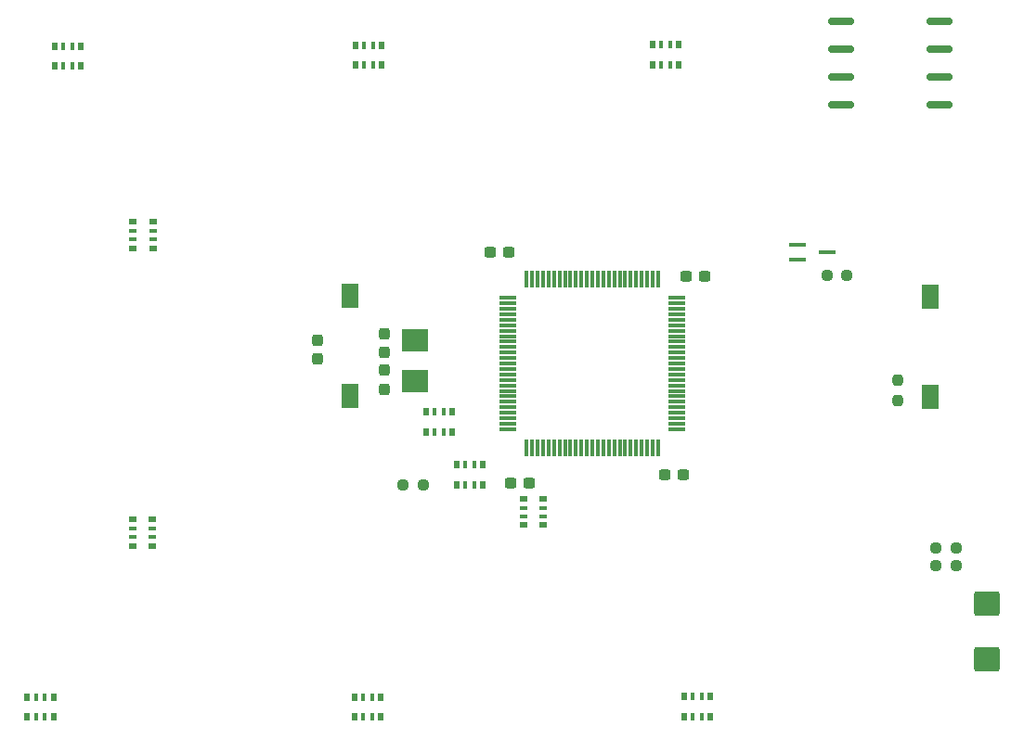
<source format=gbr>
%TF.GenerationSoftware,KiCad,Pcbnew,6.0.10*%
%TF.CreationDate,2023-01-16T16:43:20+03:00*%
%TF.ProjectId,multistepper,6d756c74-6973-4746-9570-7065722e6b69,rev?*%
%TF.SameCoordinates,Original*%
%TF.FileFunction,Paste,Top*%
%TF.FilePolarity,Positive*%
%FSLAX46Y46*%
G04 Gerber Fmt 4.6, Leading zero omitted, Abs format (unit mm)*
G04 Created by KiCad (PCBNEW 6.0.10) date 2023-01-16 16:43:20*
%MOMM*%
%LPD*%
G01*
G04 APERTURE LIST*
G04 Aperture macros list*
%AMRoundRect*
0 Rectangle with rounded corners*
0 $1 Rounding radius*
0 $2 $3 $4 $5 $6 $7 $8 $9 X,Y pos of 4 corners*
0 Add a 4 corners polygon primitive as box body*
4,1,4,$2,$3,$4,$5,$6,$7,$8,$9,$2,$3,0*
0 Add four circle primitives for the rounded corners*
1,1,$1+$1,$2,$3*
1,1,$1+$1,$4,$5*
1,1,$1+$1,$6,$7*
1,1,$1+$1,$8,$9*
0 Add four rect primitives between the rounded corners*
20,1,$1+$1,$2,$3,$4,$5,0*
20,1,$1+$1,$4,$5,$6,$7,0*
20,1,$1+$1,$6,$7,$8,$9,0*
20,1,$1+$1,$8,$9,$2,$3,0*%
G04 Aperture macros list end*
%ADD10RoundRect,0.237500X-0.300000X-0.237500X0.300000X-0.237500X0.300000X0.237500X-0.300000X0.237500X0*%
%ADD11R,1.600000X2.180000*%
%ADD12R,0.500000X0.800000*%
%ADD13R,0.400000X0.800000*%
%ADD14R,0.800000X0.500000*%
%ADD15R,0.800000X0.400000*%
%ADD16RoundRect,0.237500X-0.250000X-0.237500X0.250000X-0.237500X0.250000X0.237500X-0.250000X0.237500X0*%
%ADD17RoundRect,0.075000X-0.725000X-0.075000X0.725000X-0.075000X0.725000X0.075000X-0.725000X0.075000X0*%
%ADD18RoundRect,0.075000X-0.075000X-0.725000X0.075000X-0.725000X0.075000X0.725000X-0.075000X0.725000X0*%
%ADD19RoundRect,0.237500X0.237500X-0.300000X0.237500X0.300000X-0.237500X0.300000X-0.237500X-0.300000X0*%
%ADD20R,2.400000X2.000000*%
%ADD21RoundRect,0.237500X0.237500X-0.250000X0.237500X0.250000X-0.237500X0.250000X-0.237500X-0.250000X0*%
%ADD22RoundRect,0.237500X-0.237500X0.300000X-0.237500X-0.300000X0.237500X-0.300000X0.237500X0.300000X0*%
%ADD23RoundRect,0.162500X-1.012500X-0.162500X1.012500X-0.162500X1.012500X0.162500X-1.012500X0.162500X0*%
%ADD24RoundRect,0.237500X0.300000X0.237500X-0.300000X0.237500X-0.300000X-0.237500X0.300000X-0.237500X0*%
%ADD25RoundRect,0.237500X0.250000X0.237500X-0.250000X0.237500X-0.250000X-0.237500X0.250000X-0.237500X0*%
%ADD26RoundRect,0.250000X-0.925000X0.875000X-0.925000X-0.875000X0.925000X-0.875000X0.925000X0.875000X0*%
%ADD27R,1.500000X0.450000*%
G04 APERTURE END LIST*
D10*
%TO.C,C9*%
X110035000Y-79502000D03*
X111760000Y-79502000D03*
%TD*%
D11*
%TO.C,SW2*%
X150164800Y-83548000D03*
X150164800Y-92728000D03*
%TD*%
D12*
%TO.C,RN11*%
X127270450Y-60560000D03*
D13*
X126470450Y-60560000D03*
X125670450Y-60560000D03*
D12*
X124870450Y-60560000D03*
X124870450Y-62360000D03*
D13*
X125670450Y-62360000D03*
X126470450Y-62360000D03*
D12*
X127270450Y-62360000D03*
%TD*%
D14*
%TO.C,RN7*%
X113095200Y-102025600D03*
D15*
X113095200Y-102825600D03*
X113095200Y-103625600D03*
D14*
X113095200Y-104425600D03*
X114895200Y-104425600D03*
D15*
X114895200Y-103625600D03*
X114895200Y-102825600D03*
D14*
X114895200Y-102025600D03*
%TD*%
D16*
%TO.C,R33*%
X140768700Y-81635600D03*
X142593700Y-81635600D03*
%TD*%
D17*
%TO.C,U1*%
X111705000Y-83662000D03*
X111705000Y-84162000D03*
X111705000Y-84662000D03*
X111705000Y-85162000D03*
X111705000Y-85662000D03*
X111705000Y-86162000D03*
X111705000Y-86662000D03*
X111705000Y-87162000D03*
X111705000Y-87662000D03*
X111705000Y-88162000D03*
X111705000Y-88662000D03*
X111705000Y-89162000D03*
X111705000Y-89662000D03*
X111705000Y-90162000D03*
X111705000Y-90662000D03*
X111705000Y-91162000D03*
X111705000Y-91662000D03*
X111705000Y-92162000D03*
X111705000Y-92662000D03*
X111705000Y-93162000D03*
X111705000Y-93662000D03*
X111705000Y-94162000D03*
X111705000Y-94662000D03*
X111705000Y-95162000D03*
X111705000Y-95662000D03*
D18*
X113380000Y-97337000D03*
X113880000Y-97337000D03*
X114380000Y-97337000D03*
X114880000Y-97337000D03*
X115380000Y-97337000D03*
X115880000Y-97337000D03*
X116380000Y-97337000D03*
X116880000Y-97337000D03*
X117380000Y-97337000D03*
X117880000Y-97337000D03*
X118380000Y-97337000D03*
X118880000Y-97337000D03*
X119380000Y-97337000D03*
X119880000Y-97337000D03*
X120380000Y-97337000D03*
X120880000Y-97337000D03*
X121380000Y-97337000D03*
X121880000Y-97337000D03*
X122380000Y-97337000D03*
X122880000Y-97337000D03*
X123380000Y-97337000D03*
X123880000Y-97337000D03*
X124380000Y-97337000D03*
X124880000Y-97337000D03*
X125380000Y-97337000D03*
D17*
X127055000Y-95662000D03*
X127055000Y-95162000D03*
X127055000Y-94662000D03*
X127055000Y-94162000D03*
X127055000Y-93662000D03*
X127055000Y-93162000D03*
X127055000Y-92662000D03*
X127055000Y-92162000D03*
X127055000Y-91662000D03*
X127055000Y-91162000D03*
X127055000Y-90662000D03*
X127055000Y-90162000D03*
X127055000Y-89662000D03*
X127055000Y-89162000D03*
X127055000Y-88662000D03*
X127055000Y-88162000D03*
X127055000Y-87662000D03*
X127055000Y-87162000D03*
X127055000Y-86662000D03*
X127055000Y-86162000D03*
X127055000Y-85662000D03*
X127055000Y-85162000D03*
X127055000Y-84662000D03*
X127055000Y-84162000D03*
X127055000Y-83662000D03*
D18*
X125380000Y-81987000D03*
X124880000Y-81987000D03*
X124380000Y-81987000D03*
X123880000Y-81987000D03*
X123380000Y-81987000D03*
X122880000Y-81987000D03*
X122380000Y-81987000D03*
X121880000Y-81987000D03*
X121380000Y-81987000D03*
X120880000Y-81987000D03*
X120380000Y-81987000D03*
X119880000Y-81987000D03*
X119380000Y-81987000D03*
X118880000Y-81987000D03*
X118380000Y-81987000D03*
X117880000Y-81987000D03*
X117380000Y-81987000D03*
X116880000Y-81987000D03*
X116380000Y-81987000D03*
X115880000Y-81987000D03*
X115380000Y-81987000D03*
X114880000Y-81987000D03*
X114380000Y-81987000D03*
X113880000Y-81987000D03*
X113380000Y-81987000D03*
%TD*%
D19*
%TO.C,C4*%
X100417350Y-91997700D03*
X100417350Y-90272700D03*
%TD*%
D20*
%TO.C,Y1*%
X103225600Y-87558000D03*
X103225600Y-91258000D03*
%TD*%
D12*
%TO.C,RN6*%
X104210000Y-95896000D03*
D13*
X105010000Y-95896000D03*
X105810000Y-95896000D03*
D12*
X106610000Y-95896000D03*
X106610000Y-94096000D03*
D13*
X105810000Y-94096000D03*
X105010000Y-94096000D03*
D12*
X104210000Y-94096000D03*
%TD*%
D21*
%TO.C,R2*%
X147218400Y-93012900D03*
X147218400Y-91187900D03*
%TD*%
D10*
%TO.C,C5*%
X127889000Y-81661000D03*
X129614000Y-81661000D03*
%TD*%
D22*
%TO.C,C2*%
X94284800Y-87528400D03*
X94284800Y-89253400D03*
%TD*%
D12*
%TO.C,RN10*%
X100165075Y-60621827D03*
D13*
X99365075Y-60621827D03*
X98565075Y-60621827D03*
D12*
X97765075Y-60621827D03*
X97765075Y-62421827D03*
D13*
X98565075Y-62421827D03*
X99365075Y-62421827D03*
D12*
X100165075Y-62421827D03*
%TD*%
%TO.C,RN5*%
X107004000Y-100722000D03*
D13*
X107804000Y-100722000D03*
X108604000Y-100722000D03*
D12*
X109404000Y-100722000D03*
X109404000Y-98922000D03*
D13*
X108604000Y-98922000D03*
X107804000Y-98922000D03*
D12*
X107004000Y-98922000D03*
%TD*%
D22*
%TO.C,C1*%
X100417350Y-86917700D03*
X100417350Y-88642700D03*
%TD*%
D23*
%TO.C,U2*%
X142033000Y-58420000D03*
X142033000Y-60960000D03*
X142033000Y-63500000D03*
X142033000Y-66040000D03*
X151083000Y-66040000D03*
X151083000Y-63500000D03*
X151083000Y-60960000D03*
X151083000Y-58420000D03*
%TD*%
D12*
%TO.C,RN13*%
X97696000Y-121940000D03*
D13*
X98496000Y-121940000D03*
X99296000Y-121940000D03*
D12*
X100096000Y-121940000D03*
X100096000Y-120140000D03*
D13*
X99296000Y-120140000D03*
X98496000Y-120140000D03*
D12*
X97696000Y-120140000D03*
%TD*%
%TO.C,RN9*%
X72744000Y-60683654D03*
D13*
X71944000Y-60683654D03*
X71144000Y-60683654D03*
D12*
X70344000Y-60683654D03*
X70344000Y-62483654D03*
D13*
X71144000Y-62483654D03*
X71944000Y-62483654D03*
D12*
X72744000Y-62483654D03*
%TD*%
D14*
%TO.C,RN15*%
X77466000Y-103917600D03*
D15*
X77466000Y-104717600D03*
X77466000Y-105517600D03*
D14*
X77466000Y-106317600D03*
X79266000Y-106317600D03*
D15*
X79266000Y-105517600D03*
X79266000Y-104717600D03*
D14*
X79266000Y-103917600D03*
%TD*%
D24*
%TO.C,C6*%
X127709000Y-99822000D03*
X125984000Y-99822000D03*
%TD*%
D11*
%TO.C,SW1*%
X97282000Y-83479200D03*
X97282000Y-92659200D03*
%TD*%
D25*
%TO.C,R11*%
X152552400Y-108102400D03*
X150727400Y-108102400D03*
%TD*%
D12*
%TO.C,RN14*%
X67834925Y-121940000D03*
D13*
X68634925Y-121940000D03*
X69434925Y-121940000D03*
D12*
X70234925Y-121940000D03*
X70234925Y-120140000D03*
D13*
X69434925Y-120140000D03*
X68634925Y-120140000D03*
D12*
X67834925Y-120140000D03*
%TD*%
D16*
%TO.C,R10*%
X150727400Y-106527600D03*
X152552400Y-106527600D03*
%TD*%
D24*
%TO.C,C7*%
X113638500Y-100584000D03*
X111913500Y-100584000D03*
%TD*%
D26*
%TO.C,C14*%
X155397200Y-111546800D03*
X155397200Y-116646800D03*
%TD*%
D16*
%TO.C,R9*%
X102109900Y-100736400D03*
X103934900Y-100736400D03*
%TD*%
D12*
%TO.C,RN12*%
X127756000Y-121880000D03*
D13*
X128556000Y-121880000D03*
X129356000Y-121880000D03*
D12*
X130156000Y-121880000D03*
X130156000Y-120080000D03*
D13*
X129356000Y-120080000D03*
X128556000Y-120080000D03*
D12*
X127756000Y-120080000D03*
%TD*%
D14*
%TO.C,RN8*%
X77494000Y-76730000D03*
D15*
X77494000Y-77530000D03*
X77494000Y-78330000D03*
D14*
X77494000Y-79130000D03*
X79294000Y-79130000D03*
D15*
X79294000Y-78330000D03*
X79294000Y-77530000D03*
D14*
X79294000Y-76730000D03*
%TD*%
D27*
%TO.C,Q3*%
X138116000Y-78852000D03*
X138116000Y-80152000D03*
X140776000Y-79502000D03*
%TD*%
M02*

</source>
